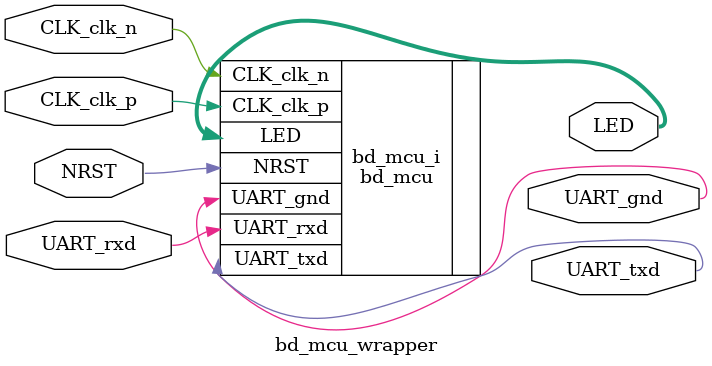
<source format=v>
`timescale 1 ps / 1 ps

module bd_mcu_wrapper
   (CLK_clk_n,
    CLK_clk_p,
    LED,
    NRST,
    UART_gnd,
    UART_rxd,
    UART_txd);
  input CLK_clk_n;
  input CLK_clk_p;
  output [3:0]LED;
  input NRST;
  output [0:0]UART_gnd;
  input UART_rxd;
  output UART_txd;

  wire CLK_clk_n;
  wire CLK_clk_p;
  wire [3:0]LED;
  wire NRST;
  wire [0:0]UART_gnd;
  wire UART_rxd;
  wire UART_txd;

  bd_mcu bd_mcu_i
       (.CLK_clk_n(CLK_clk_n),
        .CLK_clk_p(CLK_clk_p),
        .LED(LED),
        .NRST(NRST),
        .UART_gnd(UART_gnd),
        .UART_rxd(UART_rxd),
        .UART_txd(UART_txd));
endmodule

</source>
